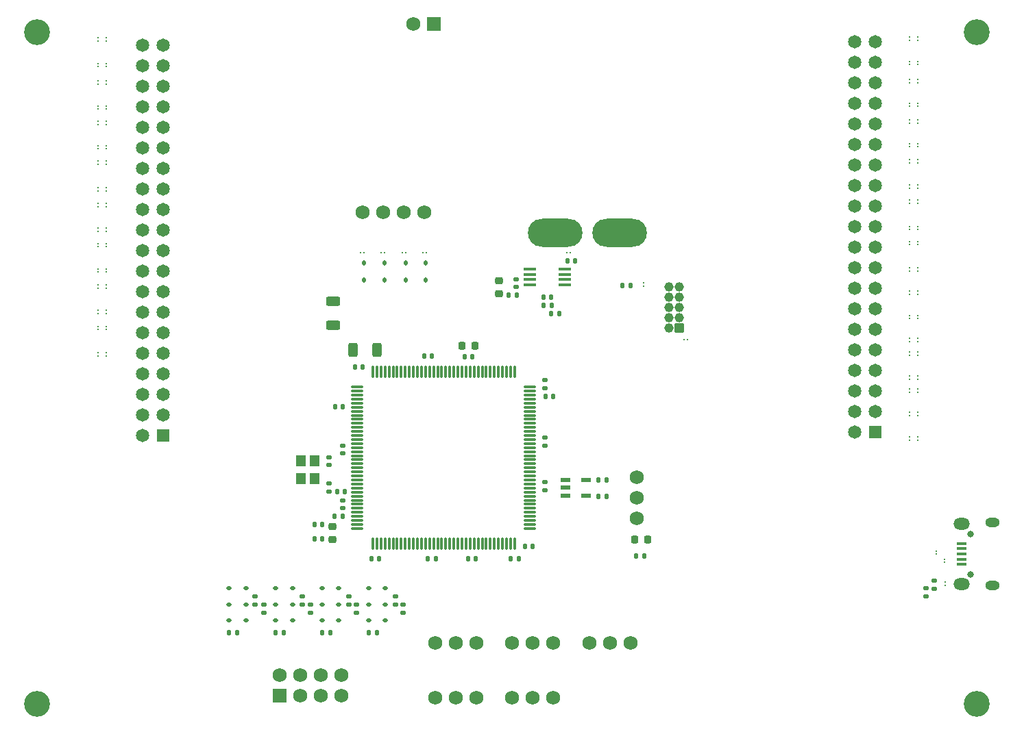
<source format=gts>
%TF.GenerationSoftware,KiCad,Pcbnew,8.0.8*%
%TF.CreationDate,2025-03-22T13:34:13-05:00*%
%TF.ProjectId,ControllerPCB,436f6e74-726f-46c6-9c65-725043422e6b,rev?*%
%TF.SameCoordinates,Original*%
%TF.FileFunction,Soldermask,Top*%
%TF.FilePolarity,Negative*%
%FSLAX46Y46*%
G04 Gerber Fmt 4.6, Leading zero omitted, Abs format (unit mm)*
G04 Created by KiCad (PCBNEW 8.0.8) date 2025-03-22 13:34:13*
%MOMM*%
%LPD*%
G01*
G04 APERTURE LIST*
G04 Aperture macros list*
%AMRoundRect*
0 Rectangle with rounded corners*
0 $1 Rounding radius*
0 $2 $3 $4 $5 $6 $7 $8 $9 X,Y pos of 4 corners*
0 Add a 4 corners polygon primitive as box body*
4,1,4,$2,$3,$4,$5,$6,$7,$8,$9,$2,$3,0*
0 Add four circle primitives for the rounded corners*
1,1,$1+$1,$2,$3*
1,1,$1+$1,$4,$5*
1,1,$1+$1,$6,$7*
1,1,$1+$1,$8,$9*
0 Add four rect primitives between the rounded corners*
20,1,$1+$1,$2,$3,$4,$5,0*
20,1,$1+$1,$4,$5,$6,$7,0*
20,1,$1+$1,$6,$7,$8,$9,0*
20,1,$1+$1,$8,$9,$2,$3,0*%
G04 Aperture macros list end*
%ADD10RoundRect,0.102000X0.765000X0.765000X-0.765000X0.765000X-0.765000X-0.765000X0.765000X-0.765000X0*%
%ADD11C,1.734000*%
%ADD12C,1.752600*%
%ADD13RoundRect,0.050000X0.530000X-0.530000X0.530000X0.530000X-0.530000X0.530000X-0.530000X-0.530000X0*%
%ADD14C,1.160000*%
%ADD15R,0.280000X0.200000*%
%ADD16RoundRect,0.112500X-0.112500X0.187500X-0.112500X-0.187500X0.112500X-0.187500X0.112500X0.187500X0*%
%ADD17RoundRect,0.140000X0.140000X0.170000X-0.140000X0.170000X-0.140000X-0.170000X0.140000X-0.170000X0*%
%ADD18O,6.744000X3.474000*%
%ADD19RoundRect,0.112500X0.187500X0.112500X-0.187500X0.112500X-0.187500X-0.112500X0.187500X-0.112500X0*%
%ADD20RoundRect,0.140000X-0.140000X-0.170000X0.140000X-0.170000X0.140000X0.170000X-0.140000X0.170000X0*%
%ADD21RoundRect,0.135000X-0.135000X-0.185000X0.135000X-0.185000X0.135000X0.185000X-0.135000X0.185000X0*%
%ADD22RoundRect,0.135000X-0.185000X0.135000X-0.185000X-0.135000X0.185000X-0.135000X0.185000X0.135000X0*%
%ADD23R,0.200000X0.280000*%
%ADD24RoundRect,0.140000X0.170000X-0.140000X0.170000X0.140000X-0.170000X0.140000X-0.170000X-0.140000X0*%
%ADD25C,3.200000*%
%ADD26RoundRect,0.135000X0.135000X0.185000X-0.135000X0.185000X-0.135000X-0.185000X0.135000X-0.185000X0*%
%ADD27RoundRect,0.218750X0.256250X-0.218750X0.256250X0.218750X-0.256250X0.218750X-0.256250X-0.218750X0*%
%ADD28R,1.650000X1.650000*%
%ADD29C,1.650000*%
%ADD30RoundRect,0.218750X-0.218750X-0.256250X0.218750X-0.256250X0.218750X0.256250X-0.218750X0.256250X0*%
%ADD31RoundRect,0.250000X-0.625000X0.312500X-0.625000X-0.312500X0.625000X-0.312500X0.625000X0.312500X0*%
%ADD32RoundRect,0.140000X-0.170000X0.140000X-0.170000X-0.140000X0.170000X-0.140000X0.170000X0.140000X0*%
%ADD33O,1.800000X1.150000*%
%ADD34O,2.000000X1.450000*%
%ADD35R,1.300000X0.450000*%
%ADD36O,0.800000X0.800000*%
%ADD37RoundRect,0.075000X-0.662500X-0.075000X0.662500X-0.075000X0.662500X0.075000X-0.662500X0.075000X0*%
%ADD38RoundRect,0.075000X-0.075000X-0.662500X0.075000X-0.662500X0.075000X0.662500X-0.075000X0.662500X0*%
%ADD39RoundRect,0.102000X0.765000X-0.765000X0.765000X0.765000X-0.765000X0.765000X-0.765000X-0.765000X0*%
%ADD40RoundRect,0.250000X-0.312500X-0.625000X0.312500X-0.625000X0.312500X0.625000X-0.312500X0.625000X0*%
%ADD41RoundRect,0.225000X-0.225000X-0.250000X0.225000X-0.250000X0.225000X0.250000X-0.225000X0.250000X0*%
%ADD42R,1.200000X1.400000*%
%ADD43R,1.200000X0.600000*%
%ADD44RoundRect,0.218750X-0.256250X0.218750X-0.256250X-0.218750X0.256250X-0.218750X0.256250X0.218750X0*%
%ADD45R,1.524000X0.431800*%
G04 APERTURE END LIST*
D10*
%TO.C,J201*%
X135020000Y-61000000D03*
D11*
X132480000Y-61000000D03*
%TD*%
D12*
%TO.C,J301*%
X160000000Y-117000000D03*
X160000000Y-119540000D03*
X160000000Y-122080000D03*
%TD*%
D13*
%TO.C,J108*%
X165250000Y-98540000D03*
D14*
X163980000Y-98540000D03*
X165250000Y-97270000D03*
X163980000Y-97270000D03*
X165250000Y-96000000D03*
X163980000Y-96000000D03*
X165250000Y-94730000D03*
X163980000Y-94730000D03*
X165250000Y-93460000D03*
X163980000Y-93460000D03*
%TD*%
D15*
%TO.C,D503*%
X93500000Y-91250000D03*
X93500000Y-91650000D03*
%TD*%
D16*
%TO.C,D114*%
X131500000Y-90531202D03*
X131500000Y-92631202D03*
%TD*%
D17*
%TO.C,C106*%
X123980000Y-118750000D03*
X123020000Y-118750000D03*
%TD*%
D15*
%TO.C,D540*%
X94500000Y-86200000D03*
X94500000Y-86600000D03*
%TD*%
%TO.C,D552*%
X194750000Y-94000000D03*
X194750000Y-94400000D03*
%TD*%
D17*
%TO.C,C107*%
X140180000Y-127100000D03*
X139220000Y-127100000D03*
%TD*%
D15*
%TO.C,D534*%
X93500000Y-78300000D03*
X93500000Y-77900000D03*
%TD*%
D17*
%TO.C,C122*%
X121180000Y-124637500D03*
X120220000Y-124637500D03*
%TD*%
D15*
%TO.C,D550*%
X193750000Y-94000000D03*
X193750000Y-94400000D03*
%TD*%
D18*
%TO.C,J202*%
X157900000Y-86755000D03*
X150000000Y-86755000D03*
%TD*%
D15*
%TO.C,D502*%
X93500000Y-88500000D03*
X93500000Y-88100000D03*
%TD*%
%TO.C,D512*%
X94500000Y-101600000D03*
X94500000Y-102000000D03*
%TD*%
D19*
%TO.C,D410*%
X117500000Y-134734399D03*
X115400000Y-134734399D03*
%TD*%
D15*
%TO.C,D530*%
X93500000Y-73400000D03*
X93500000Y-73000000D03*
%TD*%
%TO.C,D570*%
X193750000Y-106500000D03*
X193750000Y-106100000D03*
%TD*%
D20*
%TO.C,C114*%
X144490000Y-127100000D03*
X145450000Y-127100000D03*
%TD*%
D15*
%TO.C,D529*%
X94500000Y-73400000D03*
X94500000Y-73000000D03*
%TD*%
%TO.C,D562*%
X194750000Y-101500000D03*
X194750000Y-101900000D03*
%TD*%
%TO.C,D574*%
X194750000Y-109000000D03*
X194750000Y-109400000D03*
%TD*%
D17*
%TO.C,C102*%
X123730000Y-108250000D03*
X122770000Y-108250000D03*
%TD*%
D21*
%TO.C,R202*%
X149490000Y-96750000D03*
X150510000Y-96750000D03*
%TD*%
D19*
%TO.C,D411*%
X129000000Y-130734399D03*
X126900000Y-130734399D03*
%TD*%
D15*
%TO.C,D511*%
X93500000Y-101600000D03*
X93500000Y-102000000D03*
%TD*%
D16*
%TO.C,D115*%
X128866800Y-90531202D03*
X128866800Y-92631202D03*
%TD*%
D15*
%TO.C,D542*%
X194750000Y-88250000D03*
X194750000Y-87850000D03*
%TD*%
D22*
%TO.C,R108*%
X196800000Y-129755000D03*
X196800000Y-130775000D03*
%TD*%
D15*
%TO.C,D549*%
X194750000Y-68250000D03*
X194750000Y-67850000D03*
%TD*%
D22*
%TO.C,R412*%
X119700000Y-132724399D03*
X119700000Y-133744399D03*
%TD*%
D15*
%TO.C,D554*%
X193750000Y-97000000D03*
X193750000Y-97400000D03*
%TD*%
D23*
%TO.C,D110*%
X131116800Y-89281202D03*
X131516800Y-89281202D03*
%TD*%
D24*
%TO.C,C119*%
X123700000Y-114080000D03*
X123700000Y-113120000D03*
%TD*%
D15*
%TO.C,D109*%
X198100000Y-130380000D03*
X198100000Y-129980000D03*
%TD*%
D25*
%TO.C,H103*%
X202000000Y-62000000D03*
%TD*%
D16*
%TO.C,D113*%
X134000000Y-90531202D03*
X134000000Y-92631202D03*
%TD*%
D26*
%TO.C,R401*%
X122210000Y-136234399D03*
X121190000Y-136234399D03*
%TD*%
D15*
%TO.C,D539*%
X93500000Y-86200000D03*
X93500000Y-86600000D03*
%TD*%
%TO.C,D507*%
X93500000Y-96350000D03*
X93500000Y-96750000D03*
%TD*%
D19*
%TO.C,D401*%
X123250000Y-132734399D03*
X121150000Y-132734399D03*
%TD*%
D15*
%TO.C,D504*%
X94500000Y-91250000D03*
X94500000Y-91650000D03*
%TD*%
D27*
%TO.C,D202*%
X143000000Y-94287500D03*
X143000000Y-92712500D03*
%TD*%
D15*
%TO.C,D501*%
X94500000Y-88500000D03*
X94500000Y-88100000D03*
%TD*%
D26*
%TO.C,R101*%
X161010000Y-126750000D03*
X159990000Y-126750000D03*
%TD*%
D15*
%TO.C,D509*%
X94500000Y-98750000D03*
X94500000Y-98350000D03*
%TD*%
%TO.C,D568*%
X194750000Y-104500000D03*
X194750000Y-104900000D03*
%TD*%
%TO.C,D558*%
X193750000Y-100250000D03*
X193750000Y-99850000D03*
%TD*%
D19*
%TO.C,D408*%
X129000000Y-134734399D03*
X126900000Y-134734399D03*
%TD*%
D15*
%TO.C,D566*%
X193750000Y-104500000D03*
X193750000Y-104900000D03*
%TD*%
D26*
%TO.C,R407*%
X127960000Y-136234399D03*
X126940000Y-136234399D03*
%TD*%
D15*
%TO.C,D505*%
X94500000Y-93650000D03*
X94500000Y-93250000D03*
%TD*%
D28*
%TO.C,J501*%
X189500000Y-111440000D03*
D29*
X186960000Y-111440000D03*
X189500000Y-108900000D03*
X186960000Y-108900000D03*
X189500000Y-106360000D03*
X186960000Y-106360000D03*
X189500000Y-103820000D03*
X186960000Y-103820000D03*
X189500000Y-101280000D03*
X186960000Y-101280000D03*
X189500000Y-98740000D03*
X186960000Y-98740000D03*
X189500000Y-96200000D03*
X186960000Y-96200000D03*
X189500000Y-93660000D03*
X186960000Y-93660000D03*
X189500000Y-91120000D03*
X186960000Y-91120000D03*
X189500000Y-88580000D03*
X186960000Y-88580000D03*
X189500000Y-86040000D03*
X186960000Y-86040000D03*
X189500000Y-83500000D03*
X186960000Y-83500000D03*
X189500000Y-80960000D03*
X186960000Y-80960000D03*
X189500000Y-78420000D03*
X186960000Y-78420000D03*
X189500000Y-75880000D03*
X186960000Y-75880000D03*
X189500000Y-73340000D03*
X186960000Y-73340000D03*
X189500000Y-70800000D03*
X186960000Y-70800000D03*
X189500000Y-68260000D03*
X186960000Y-68260000D03*
X189500000Y-65720000D03*
X186960000Y-65720000D03*
X189500000Y-63180000D03*
X186960000Y-63180000D03*
%TD*%
D25*
%TO.C,H104*%
X86000000Y-145000000D03*
%TD*%
D20*
%TO.C,C116*%
X133770000Y-102000000D03*
X134730000Y-102000000D03*
%TD*%
D15*
%TO.C,D544*%
X193750000Y-88250000D03*
X193750000Y-87850000D03*
%TD*%
D19*
%TO.C,D412*%
X117500000Y-130734399D03*
X115400000Y-130734399D03*
%TD*%
D15*
%TO.C,D564*%
X193750000Y-101900000D03*
X193750000Y-101500000D03*
%TD*%
%TO.C,D545*%
X193750000Y-65600000D03*
X193750000Y-66000000D03*
%TD*%
D30*
%TO.C,D101*%
X159792500Y-124750000D03*
X161367500Y-124750000D03*
%TD*%
D31*
%TO.C,R102*%
X122500000Y-95287500D03*
X122500000Y-98212500D03*
%TD*%
D15*
%TO.C,D506*%
X93500000Y-93650000D03*
X93500000Y-93250000D03*
%TD*%
D26*
%TO.C,R402*%
X110710000Y-136234399D03*
X109690000Y-136234399D03*
%TD*%
D21*
%TO.C,R201*%
X148490000Y-95750000D03*
X149510000Y-95750000D03*
%TD*%
D17*
%TO.C,C118*%
X126180000Y-103350000D03*
X125220000Y-103350000D03*
%TD*%
D19*
%TO.C,D407*%
X129000000Y-132734399D03*
X126900000Y-132734399D03*
%TD*%
D20*
%TO.C,C201*%
X151500000Y-90250000D03*
X152460000Y-90250000D03*
%TD*%
D17*
%TO.C,C104*%
X128230000Y-127100000D03*
X127270000Y-127100000D03*
%TD*%
D21*
%TO.C,R107*%
X158260000Y-93268300D03*
X159280000Y-93268300D03*
%TD*%
D23*
%TO.C,D105*%
X125950000Y-89281202D03*
X126350000Y-89281202D03*
%TD*%
D19*
%TO.C,D404*%
X111750000Y-134734399D03*
X109650000Y-134734399D03*
%TD*%
D17*
%TO.C,C105*%
X135200000Y-127100000D03*
X134240000Y-127100000D03*
%TD*%
D23*
%TO.C,D106*%
X128450000Y-89281202D03*
X128850000Y-89281202D03*
%TD*%
D17*
%TO.C,C120*%
X123700000Y-121850000D03*
X122740000Y-121850000D03*
%TD*%
D15*
%TO.C,D543*%
X193750000Y-63000000D03*
X193750000Y-62600000D03*
%TD*%
%TO.C,D548*%
X194750000Y-91100000D03*
X194750000Y-91500000D03*
%TD*%
D19*
%TO.C,D403*%
X111750000Y-132734399D03*
X109650000Y-132734399D03*
%TD*%
D15*
%TO.C,D555*%
X194750000Y-70750000D03*
X194750000Y-71150000D03*
%TD*%
D19*
%TO.C,D406*%
X111750000Y-130734399D03*
X109650000Y-130734399D03*
%TD*%
D20*
%TO.C,C202*%
X148520000Y-94750000D03*
X149480000Y-94750000D03*
%TD*%
D32*
%TO.C,C203*%
X145171700Y-92520000D03*
X145171700Y-93480000D03*
%TD*%
D15*
%TO.C,D551*%
X193750000Y-68250000D03*
X193750000Y-67850000D03*
%TD*%
%TO.C,D567*%
X193750000Y-78150000D03*
X193750000Y-77750000D03*
%TD*%
D21*
%TO.C,R203*%
X144240000Y-94500000D03*
X145260000Y-94500000D03*
%TD*%
D15*
%TO.C,D523*%
X93500000Y-65850000D03*
X93500000Y-66250000D03*
%TD*%
D26*
%TO.C,R410*%
X116470000Y-136234399D03*
X115450000Y-136234399D03*
%TD*%
D12*
%TO.C,J102*%
X133790000Y-84250000D03*
X131250000Y-84250000D03*
X128710000Y-84250000D03*
X126170000Y-84250000D03*
%TD*%
D21*
%TO.C,R302*%
X155265199Y-119364800D03*
X156285199Y-119364800D03*
%TD*%
D15*
%TO.C,D569*%
X193750000Y-80850000D03*
X193750000Y-81250000D03*
%TD*%
D25*
%TO.C,H101*%
X86000000Y-62000000D03*
%TD*%
D15*
%TO.C,D524*%
X94500000Y-65850000D03*
X94500000Y-66250000D03*
%TD*%
D32*
%TO.C,C112*%
X122000000Y-117790000D03*
X122000000Y-118750000D03*
%TD*%
D15*
%TO.C,D571*%
X194750000Y-80850000D03*
X194750000Y-81250000D03*
%TD*%
%TO.C,D108*%
X198075000Y-127550000D03*
X198075000Y-127150000D03*
%TD*%
%TO.C,D527*%
X93500000Y-71100000D03*
X93500000Y-71500000D03*
%TD*%
D22*
%TO.C,R403*%
X124500000Y-131724399D03*
X124500000Y-132744399D03*
%TD*%
D33*
%TO.C,J107*%
X204000000Y-122630000D03*
D34*
X200200000Y-122780000D03*
X200200000Y-130230000D03*
D33*
X204000000Y-130380000D03*
D35*
X200150000Y-125205000D03*
X200150000Y-125855000D03*
X200150000Y-126505000D03*
X200150000Y-127155000D03*
X200150000Y-127805000D03*
D36*
X201250000Y-124005000D03*
X201250000Y-129005000D03*
%TD*%
D12*
%TO.C,J104*%
X149750000Y-137484399D03*
X147210000Y-137484399D03*
X144670000Y-137484399D03*
%TD*%
D15*
%TO.C,D541*%
X194750000Y-63000000D03*
X194750000Y-62600000D03*
%TD*%
D23*
%TO.C,D201*%
X151800000Y-89250000D03*
X151400000Y-89250000D03*
%TD*%
D32*
%TO.C,C103*%
X123700000Y-119850000D03*
X123700000Y-120810000D03*
%TD*%
D15*
%TO.C,D103*%
X197050000Y-126125000D03*
X197050000Y-126525000D03*
%TD*%
%TO.C,D572*%
X194750000Y-106500000D03*
X194750000Y-106100000D03*
%TD*%
D32*
%TO.C,C110*%
X148700000Y-117620000D03*
X148700000Y-118580000D03*
%TD*%
D37*
%TO.C,U101*%
X125537500Y-105850000D03*
X125537500Y-106350000D03*
X125537500Y-106850000D03*
X125537500Y-107350000D03*
X125537500Y-107850000D03*
X125537500Y-108350000D03*
X125537500Y-108850000D03*
X125537500Y-109350000D03*
X125537500Y-109850000D03*
X125537500Y-110350000D03*
X125537500Y-110850000D03*
X125537500Y-111350000D03*
X125537500Y-111850000D03*
X125537500Y-112350000D03*
X125537500Y-112850000D03*
X125537500Y-113350000D03*
X125537500Y-113850000D03*
X125537500Y-114350000D03*
X125537500Y-114850000D03*
X125537500Y-115350000D03*
X125537500Y-115850000D03*
X125537500Y-116350000D03*
X125537500Y-116850000D03*
X125537500Y-117350000D03*
X125537500Y-117850000D03*
X125537500Y-118350000D03*
X125537500Y-118850000D03*
X125537500Y-119350000D03*
X125537500Y-119850000D03*
X125537500Y-120350000D03*
X125537500Y-120850000D03*
X125537500Y-121350000D03*
X125537500Y-121850000D03*
X125537500Y-122350000D03*
X125537500Y-122850000D03*
X125537500Y-123350000D03*
D38*
X127450000Y-125262500D03*
X127950000Y-125262500D03*
X128450000Y-125262500D03*
X128950000Y-125262500D03*
X129450000Y-125262500D03*
X129950000Y-125262500D03*
X130450000Y-125262500D03*
X130950000Y-125262500D03*
X131450000Y-125262500D03*
X131950000Y-125262500D03*
X132450000Y-125262500D03*
X132950000Y-125262500D03*
X133450000Y-125262500D03*
X133950000Y-125262500D03*
X134450000Y-125262500D03*
X134950000Y-125262500D03*
X135450000Y-125262500D03*
X135950000Y-125262500D03*
X136450000Y-125262500D03*
X136950000Y-125262500D03*
X137450000Y-125262500D03*
X137950000Y-125262500D03*
X138450000Y-125262500D03*
X138950000Y-125262500D03*
X139450000Y-125262500D03*
X139950000Y-125262500D03*
X140450000Y-125262500D03*
X140950000Y-125262500D03*
X141450000Y-125262500D03*
X141950000Y-125262500D03*
X142450000Y-125262500D03*
X142950000Y-125262500D03*
X143450000Y-125262500D03*
X143950000Y-125262500D03*
X144450000Y-125262500D03*
X144950000Y-125262500D03*
D37*
X146862500Y-123350000D03*
X146862500Y-122850000D03*
X146862500Y-122350000D03*
X146862500Y-121850000D03*
X146862500Y-121350000D03*
X146862500Y-120850000D03*
X146862500Y-120350000D03*
X146862500Y-119850000D03*
X146862500Y-119350000D03*
X146862500Y-118850000D03*
X146862500Y-118350000D03*
X146862500Y-117850000D03*
X146862500Y-117350000D03*
X146862500Y-116850000D03*
X146862500Y-116350000D03*
X146862500Y-115850000D03*
X146862500Y-115350000D03*
X146862500Y-114850000D03*
X146862500Y-114350000D03*
X146862500Y-113850000D03*
X146862500Y-113350000D03*
X146862500Y-112850000D03*
X146862500Y-112350000D03*
X146862500Y-111850000D03*
X146862500Y-111350000D03*
X146862500Y-110850000D03*
X146862500Y-110350000D03*
X146862500Y-109850000D03*
X146862500Y-109350000D03*
X146862500Y-108850000D03*
X146862500Y-108350000D03*
X146862500Y-107850000D03*
X146862500Y-107350000D03*
X146862500Y-106850000D03*
X146862500Y-106350000D03*
X146862500Y-105850000D03*
D38*
X144950000Y-103937500D03*
X144450000Y-103937500D03*
X143950000Y-103937500D03*
X143450000Y-103937500D03*
X142950000Y-103937500D03*
X142450000Y-103937500D03*
X141950000Y-103937500D03*
X141450000Y-103937500D03*
X140950000Y-103937500D03*
X140450000Y-103937500D03*
X139950000Y-103937500D03*
X139450000Y-103937500D03*
X138950000Y-103937500D03*
X138450000Y-103937500D03*
X137950000Y-103937500D03*
X137450000Y-103937500D03*
X136950000Y-103937500D03*
X136450000Y-103937500D03*
X135950000Y-103937500D03*
X135450000Y-103937500D03*
X134950000Y-103937500D03*
X134450000Y-103937500D03*
X133950000Y-103937500D03*
X133450000Y-103937500D03*
X132950000Y-103937500D03*
X132450000Y-103937500D03*
X131950000Y-103937500D03*
X131450000Y-103937500D03*
X130950000Y-103937500D03*
X130450000Y-103937500D03*
X129950000Y-103937500D03*
X129450000Y-103937500D03*
X128950000Y-103937500D03*
X128450000Y-103937500D03*
X127950000Y-103937500D03*
X127450000Y-103937500D03*
%TD*%
D22*
%TO.C,R109*%
X195770000Y-130730000D03*
X195770000Y-131750000D03*
%TD*%
D17*
%TO.C,C121*%
X121180000Y-122887500D03*
X120220000Y-122887500D03*
%TD*%
D21*
%TO.C,R301*%
X155265199Y-117364800D03*
X156285199Y-117364800D03*
%TD*%
D39*
%TO.C,J101*%
X115910000Y-144024399D03*
D11*
X115910000Y-141484399D03*
X118450000Y-144024399D03*
X118450000Y-141484399D03*
X120990000Y-144024399D03*
X120990000Y-141484399D03*
X123530000Y-144024399D03*
X123530000Y-141484399D03*
%TD*%
D15*
%TO.C,D528*%
X94500000Y-71100000D03*
X94500000Y-71500000D03*
%TD*%
D19*
%TO.C,D405*%
X123250000Y-130734399D03*
X121150000Y-130734399D03*
%TD*%
D15*
%TO.C,D510*%
X93500000Y-98750000D03*
X93500000Y-98350000D03*
%TD*%
D40*
%TO.C,R103*%
X124987500Y-101250000D03*
X127912500Y-101250000D03*
%TD*%
D15*
%TO.C,D561*%
X193750000Y-75750000D03*
X193750000Y-76150000D03*
%TD*%
D16*
%TO.C,D116*%
X126366800Y-90531202D03*
X126366800Y-92631202D03*
%TD*%
D20*
%TO.C,C115*%
X138770000Y-102100000D03*
X139730000Y-102100000D03*
%TD*%
D12*
%TO.C,J103*%
X140256600Y-137484399D03*
X137716600Y-137484399D03*
X135176600Y-137484399D03*
%TD*%
D15*
%TO.C,D559*%
X193750000Y-73250000D03*
X193750000Y-72850000D03*
%TD*%
%TO.C,D573*%
X194750000Y-83150000D03*
X194750000Y-82750000D03*
%TD*%
%TO.C,D521*%
X94500000Y-63050000D03*
X94500000Y-62650000D03*
%TD*%
%TO.C,D560*%
X194750000Y-100250000D03*
X194750000Y-99850000D03*
%TD*%
%TO.C,D563*%
X194750000Y-75750000D03*
X194750000Y-76150000D03*
%TD*%
D19*
%TO.C,D402*%
X123250000Y-134734399D03*
X121150000Y-134734399D03*
%TD*%
D22*
%TO.C,R409*%
X131200000Y-132734399D03*
X131200000Y-133754399D03*
%TD*%
D15*
%TO.C,D575*%
X193750000Y-83150000D03*
X193750000Y-82750000D03*
%TD*%
%TO.C,D547*%
X194750000Y-65600000D03*
X194750000Y-66000000D03*
%TD*%
D22*
%TO.C,R405*%
X112900000Y-131724399D03*
X112900000Y-132744399D03*
%TD*%
D15*
%TO.C,D102*%
X160900000Y-92950000D03*
X160900000Y-93350000D03*
%TD*%
%TO.C,D580*%
X193750000Y-112000000D03*
X193750000Y-112400000D03*
%TD*%
D19*
%TO.C,D409*%
X117500000Y-132734399D03*
X115400000Y-132734399D03*
%TD*%
D41*
%TO.C,C101*%
X138475000Y-100750000D03*
X140025000Y-100750000D03*
%TD*%
D32*
%TO.C,C111*%
X148700000Y-112120000D03*
X148700000Y-113080000D03*
%TD*%
D12*
%TO.C,J105*%
X140256600Y-144234399D03*
X137716600Y-144234399D03*
X135176600Y-144234399D03*
%TD*%
D20*
%TO.C,C109*%
X146220000Y-125600000D03*
X147180000Y-125600000D03*
%TD*%
D15*
%TO.C,D536*%
X94500000Y-81200000D03*
X94500000Y-81600000D03*
%TD*%
%TO.C,D526*%
X93500000Y-68400000D03*
X93500000Y-68000000D03*
%TD*%
%TO.C,D522*%
X93500000Y-63050000D03*
X93500000Y-62650000D03*
%TD*%
D32*
%TO.C,C113*%
X148700000Y-105020000D03*
X148700000Y-105980000D03*
%TD*%
D15*
%TO.C,D578*%
X194750000Y-112000000D03*
X194750000Y-112400000D03*
%TD*%
D32*
%TO.C,C108*%
X122000000Y-114540000D03*
X122000000Y-115500000D03*
%TD*%
D20*
%TO.C,C117*%
X148740000Y-107000000D03*
X149700000Y-107000000D03*
%TD*%
D15*
%TO.C,D537*%
X94500000Y-83150000D03*
X94500000Y-83550000D03*
%TD*%
D42*
%TO.C,Y101*%
X118550000Y-115020000D03*
X118550000Y-117220000D03*
X120250000Y-117220000D03*
X120250000Y-115020000D03*
%TD*%
D12*
%TO.C,J109*%
X149750000Y-144250000D03*
X147210000Y-144250000D03*
X144670000Y-144250000D03*
%TD*%
D15*
%TO.C,D546*%
X193750000Y-91100000D03*
X193750000Y-91500000D03*
%TD*%
%TO.C,D538*%
X93500000Y-83150000D03*
X93500000Y-83550000D03*
%TD*%
%TO.C,D565*%
X194750000Y-78150000D03*
X194750000Y-77750000D03*
%TD*%
%TO.C,D579*%
X194750000Y-86000000D03*
X194750000Y-86400000D03*
%TD*%
%TO.C,D533*%
X94500000Y-78300000D03*
X94500000Y-77900000D03*
%TD*%
D22*
%TO.C,R404*%
X125450000Y-132734399D03*
X125450000Y-133754399D03*
%TD*%
D15*
%TO.C,D557*%
X194750000Y-73250000D03*
X194750000Y-72850000D03*
%TD*%
D23*
%TO.C,D117*%
X166300000Y-99980000D03*
X165900000Y-99980000D03*
%TD*%
%TO.C,D112*%
X133616800Y-89281202D03*
X134016800Y-89281202D03*
%TD*%
D28*
%TO.C,J502*%
X101500000Y-111850000D03*
D29*
X98960000Y-111850000D03*
X101500000Y-109310000D03*
X98960000Y-109310000D03*
X101500000Y-106770000D03*
X98960000Y-106770000D03*
X101500000Y-104230000D03*
X98960000Y-104230000D03*
X101500000Y-101690000D03*
X98960000Y-101690000D03*
X101500000Y-99150000D03*
X98960000Y-99150000D03*
X101500000Y-96610000D03*
X98960000Y-96610000D03*
X101500000Y-94070000D03*
X98960000Y-94070000D03*
X101500000Y-91530000D03*
X98960000Y-91530000D03*
X101500000Y-88990000D03*
X98960000Y-88990000D03*
X101500000Y-86450000D03*
X98960000Y-86450000D03*
X101500000Y-83910000D03*
X98960000Y-83910000D03*
X101500000Y-81370000D03*
X98960000Y-81370000D03*
X101500000Y-78830000D03*
X98960000Y-78830000D03*
X101500000Y-76290000D03*
X98960000Y-76290000D03*
X101500000Y-73750000D03*
X98960000Y-73750000D03*
X101500000Y-71210000D03*
X98960000Y-71210000D03*
X101500000Y-68670000D03*
X98960000Y-68670000D03*
X101500000Y-66130000D03*
X98960000Y-66130000D03*
X101500000Y-63590000D03*
X98960000Y-63590000D03*
%TD*%
D43*
%TO.C,U301*%
X151275199Y-117364800D03*
X151275199Y-118314800D03*
X151275199Y-119264800D03*
X153775199Y-119264800D03*
X153775199Y-117364800D03*
%TD*%
D15*
%TO.C,D508*%
X94500000Y-96350000D03*
X94500000Y-96750000D03*
%TD*%
D22*
%TO.C,R408*%
X130200000Y-131714399D03*
X130200000Y-132734399D03*
%TD*%
D44*
%TO.C,FB101*%
X122450000Y-123100000D03*
X122450000Y-124675000D03*
%TD*%
D15*
%TO.C,D556*%
X194750000Y-97000000D03*
X194750000Y-97400000D03*
%TD*%
%TO.C,D531*%
X93500000Y-76000000D03*
X93500000Y-76400000D03*
%TD*%
D12*
%TO.C,J106*%
X159256600Y-137468798D03*
X156716600Y-137468798D03*
X154176600Y-137468798D03*
%TD*%
D22*
%TO.C,R406*%
X113950000Y-132724399D03*
X113950000Y-133744399D03*
%TD*%
D15*
%TO.C,D553*%
X193750000Y-70750000D03*
X193750000Y-71150000D03*
%TD*%
D22*
%TO.C,R411*%
X118700000Y-131724399D03*
X118700000Y-132744399D03*
%TD*%
D15*
%TO.C,D532*%
X94500000Y-76000000D03*
X94500000Y-76400000D03*
%TD*%
D45*
%TO.C,U201*%
X146828300Y-91275001D03*
X146828300Y-91924999D03*
X146828300Y-92575001D03*
X146828300Y-93224999D03*
X151171700Y-93224999D03*
X151171700Y-92575001D03*
X151171700Y-91924999D03*
X151171700Y-91275001D03*
%TD*%
D15*
%TO.C,D535*%
X93500000Y-81200000D03*
X93500000Y-81600000D03*
%TD*%
%TO.C,D577*%
X193750000Y-86000000D03*
X193750000Y-86400000D03*
%TD*%
%TO.C,D525*%
X94500000Y-68400000D03*
X94500000Y-68000000D03*
%TD*%
%TO.C,D576*%
X193750000Y-109000000D03*
X193750000Y-109400000D03*
%TD*%
D25*
%TO.C,H102*%
X202000000Y-145000000D03*
%TD*%
M02*

</source>
